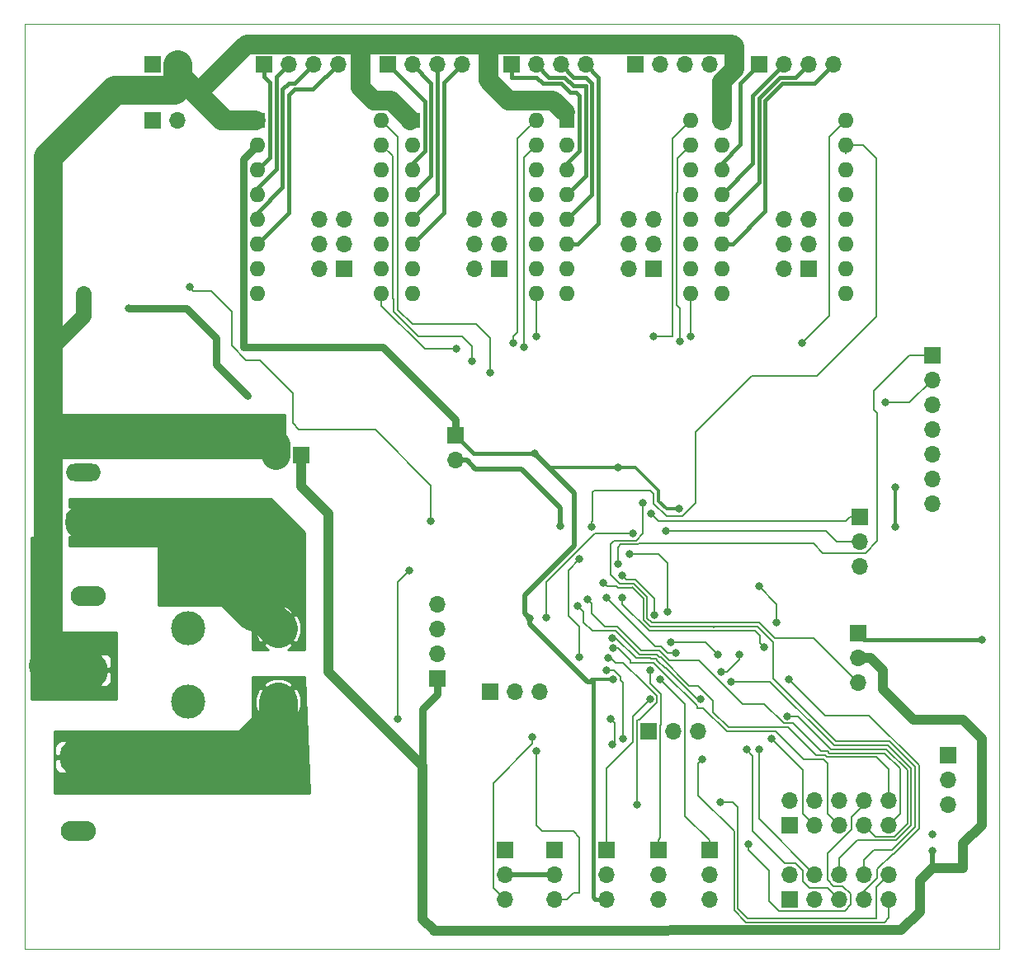
<source format=gbr>
G04 #@! TF.GenerationSoftware,KiCad,Pcbnew,(5.1.5)-3*
G04 #@! TF.CreationDate,2020-05-24T22:51:02+02:00*
G04 #@! TF.ProjectId,controller,636f6e74-726f-46c6-9c65-722e6b696361,rev?*
G04 #@! TF.SameCoordinates,Original*
G04 #@! TF.FileFunction,Copper,L2,Bot*
G04 #@! TF.FilePolarity,Positive*
%FSLAX46Y46*%
G04 Gerber Fmt 4.6, Leading zero omitted, Abs format (unit mm)*
G04 Created by KiCad (PCBNEW (5.1.5)-3) date 2020-05-24 22:51:02*
%MOMM*%
%LPD*%
G04 APERTURE LIST*
%ADD10C,0.050000*%
%ADD11O,3.600000X2.100000*%
%ADD12C,0.100000*%
%ADD13O,1.700000X1.700000*%
%ADD14R,1.700000X1.700000*%
%ADD15O,3.600000X1.800000*%
%ADD16C,3.500000*%
%ADD17O,1.600000X1.600000*%
%ADD18R,1.600000X1.600000*%
%ADD19C,0.800000*%
%ADD20C,4.000000*%
%ADD21C,1.000000*%
%ADD22C,0.800000*%
%ADD23C,0.500000*%
%ADD24C,0.300000*%
%ADD25C,0.450000*%
%ADD26C,0.400000*%
%ADD27C,0.150000*%
%ADD28C,0.200000*%
%ADD29C,2.000000*%
%ADD30C,3.000000*%
%ADD31C,1.600000*%
%ADD32C,0.254000*%
G04 APERTURE END LIST*
D10*
X125000000Y-25000000D02*
X125000000Y-120000000D01*
X25000000Y-120000000D02*
X125000000Y-120000000D01*
X25000000Y-25000000D02*
X25000000Y-120000000D01*
X25000000Y-25000000D02*
X125000000Y-25000000D01*
D11*
X30530800Y-107950000D03*
G04 #@! TA.AperFunction,ComponentPad*
D12*
G36*
X32105304Y-99281204D02*
G01*
X32129573Y-99284804D01*
X32153371Y-99290765D01*
X32176471Y-99299030D01*
X32198649Y-99309520D01*
X32219693Y-99322133D01*
X32239398Y-99336747D01*
X32257577Y-99353223D01*
X32274053Y-99371402D01*
X32288667Y-99391107D01*
X32301280Y-99412151D01*
X32311770Y-99434329D01*
X32320035Y-99457429D01*
X32325996Y-99481227D01*
X32329596Y-99505496D01*
X32330800Y-99530000D01*
X32330800Y-101130000D01*
X32329596Y-101154504D01*
X32325996Y-101178773D01*
X32320035Y-101202571D01*
X32311770Y-101225671D01*
X32301280Y-101247849D01*
X32288667Y-101268893D01*
X32274053Y-101288598D01*
X32257577Y-101306777D01*
X32239398Y-101323253D01*
X32219693Y-101337867D01*
X32198649Y-101350480D01*
X32176471Y-101360970D01*
X32153371Y-101369235D01*
X32129573Y-101375196D01*
X32105304Y-101378796D01*
X32080800Y-101380000D01*
X28980800Y-101380000D01*
X28956296Y-101378796D01*
X28932027Y-101375196D01*
X28908229Y-101369235D01*
X28885129Y-101360970D01*
X28862951Y-101350480D01*
X28841907Y-101337867D01*
X28822202Y-101323253D01*
X28804023Y-101306777D01*
X28787547Y-101288598D01*
X28772933Y-101268893D01*
X28760320Y-101247849D01*
X28749830Y-101225671D01*
X28741565Y-101202571D01*
X28735604Y-101178773D01*
X28732004Y-101154504D01*
X28730800Y-101130000D01*
X28730800Y-99530000D01*
X28732004Y-99505496D01*
X28735604Y-99481227D01*
X28741565Y-99457429D01*
X28749830Y-99434329D01*
X28760320Y-99412151D01*
X28772933Y-99391107D01*
X28787547Y-99371402D01*
X28804023Y-99353223D01*
X28822202Y-99336747D01*
X28841907Y-99322133D01*
X28862951Y-99309520D01*
X28885129Y-99299030D01*
X28908229Y-99290765D01*
X28932027Y-99284804D01*
X28956296Y-99281204D01*
X28980800Y-99280000D01*
X32080800Y-99280000D01*
X32105304Y-99281204D01*
G37*
G04 #@! TD.AperFunction*
D11*
X31496000Y-83769200D03*
G04 #@! TA.AperFunction,ComponentPad*
D12*
G36*
X33070504Y-90340404D02*
G01*
X33094773Y-90344004D01*
X33118571Y-90349965D01*
X33141671Y-90358230D01*
X33163849Y-90368720D01*
X33184893Y-90381333D01*
X33204598Y-90395947D01*
X33222777Y-90412423D01*
X33239253Y-90430602D01*
X33253867Y-90450307D01*
X33266480Y-90471351D01*
X33276970Y-90493529D01*
X33285235Y-90516629D01*
X33291196Y-90540427D01*
X33294796Y-90564696D01*
X33296000Y-90589200D01*
X33296000Y-92189200D01*
X33294796Y-92213704D01*
X33291196Y-92237973D01*
X33285235Y-92261771D01*
X33276970Y-92284871D01*
X33266480Y-92307049D01*
X33253867Y-92328093D01*
X33239253Y-92347798D01*
X33222777Y-92365977D01*
X33204598Y-92382453D01*
X33184893Y-92397067D01*
X33163849Y-92409680D01*
X33141671Y-92420170D01*
X33118571Y-92428435D01*
X33094773Y-92434396D01*
X33070504Y-92437996D01*
X33046000Y-92439200D01*
X29946000Y-92439200D01*
X29921496Y-92437996D01*
X29897227Y-92434396D01*
X29873429Y-92428435D01*
X29850329Y-92420170D01*
X29828151Y-92409680D01*
X29807107Y-92397067D01*
X29787402Y-92382453D01*
X29769223Y-92365977D01*
X29752747Y-92347798D01*
X29738133Y-92328093D01*
X29725520Y-92307049D01*
X29715030Y-92284871D01*
X29706765Y-92261771D01*
X29700804Y-92237973D01*
X29697204Y-92213704D01*
X29696000Y-92189200D01*
X29696000Y-90589200D01*
X29697204Y-90564696D01*
X29700804Y-90540427D01*
X29706765Y-90516629D01*
X29715030Y-90493529D01*
X29725520Y-90471351D01*
X29738133Y-90450307D01*
X29752747Y-90430602D01*
X29769223Y-90412423D01*
X29787402Y-90395947D01*
X29807107Y-90381333D01*
X29828151Y-90368720D01*
X29850329Y-90358230D01*
X29873429Y-90349965D01*
X29897227Y-90344004D01*
X29921496Y-90340404D01*
X29946000Y-90339200D01*
X33046000Y-90339200D01*
X33070504Y-90340404D01*
G37*
G04 #@! TD.AperFunction*
D13*
X119735600Y-105206800D03*
X119735600Y-102666800D03*
D14*
X119735600Y-100126800D03*
D13*
X107950000Y-29210000D03*
X105410000Y-29210000D03*
X102870000Y-29210000D03*
D14*
X100330000Y-29210000D03*
D13*
X71120000Y-45085000D03*
X73660000Y-45085000D03*
X71120000Y-47625000D03*
X73660000Y-47625000D03*
X71120000Y-50165000D03*
D14*
X73660000Y-50165000D03*
D13*
X55245000Y-45085000D03*
X57785000Y-45085000D03*
X55245000Y-47625000D03*
X57785000Y-47625000D03*
X55245000Y-50165000D03*
D14*
X57785000Y-50165000D03*
D13*
X102870000Y-45085000D03*
X105410000Y-45085000D03*
X102870000Y-47625000D03*
X105410000Y-47625000D03*
X102870000Y-50165000D03*
D14*
X105410000Y-50165000D03*
D13*
X86995000Y-45085000D03*
X89535000Y-45085000D03*
X86995000Y-47625000D03*
X89535000Y-47625000D03*
X86995000Y-50165000D03*
D14*
X89535000Y-50165000D03*
D13*
X69215000Y-69850000D03*
D14*
X69215000Y-67310000D03*
D13*
X50850800Y-69291200D03*
D14*
X53390800Y-69291200D03*
D13*
X82550000Y-29210000D03*
X80010000Y-29210000D03*
X77470000Y-29210000D03*
D14*
X74930000Y-29210000D03*
D13*
X40640000Y-29210000D03*
D14*
X38100000Y-29210000D03*
D13*
X69850000Y-29210000D03*
X67310000Y-29210000D03*
X64770000Y-29210000D03*
D14*
X62230000Y-29210000D03*
D13*
X57150000Y-29210000D03*
X54610000Y-29210000D03*
X52070000Y-29210000D03*
D14*
X49530000Y-29210000D03*
D13*
X67360800Y-84632800D03*
X67360800Y-87172800D03*
X67360800Y-89712800D03*
D14*
X67360800Y-92252800D03*
D13*
X113665000Y-104775000D03*
X113665000Y-107315000D03*
X111125000Y-104775000D03*
X111125000Y-107315000D03*
X108585000Y-104775000D03*
X108585000Y-107315000D03*
X106045000Y-104775000D03*
X106045000Y-107315000D03*
X103505000Y-104775000D03*
D14*
X103505000Y-107315000D03*
D13*
X113665000Y-112395000D03*
X113665000Y-114935000D03*
X111125000Y-112395000D03*
X111125000Y-114935000D03*
X108585000Y-112395000D03*
X108585000Y-114935000D03*
X106045000Y-112395000D03*
X106045000Y-114935000D03*
X103505000Y-112395000D03*
D14*
X103505000Y-114935000D03*
D13*
X118110000Y-74295000D03*
X118110000Y-71755000D03*
X118110000Y-69215000D03*
X118110000Y-66675000D03*
X118110000Y-64135000D03*
X118110000Y-61595000D03*
D14*
X118110000Y-59055000D03*
D13*
X84720000Y-114910000D03*
X84720000Y-112370000D03*
D14*
X84720000Y-109830000D03*
D13*
X110693200Y-80721200D03*
X110693200Y-78181200D03*
D14*
X110693200Y-75641200D03*
D13*
X90005000Y-114910000D03*
X90005000Y-112370000D03*
D14*
X90005000Y-109830000D03*
D13*
X77876400Y-93624400D03*
X75336400Y-93624400D03*
D14*
X72796400Y-93624400D03*
D13*
X95250000Y-114935000D03*
X95250000Y-112395000D03*
D14*
X95250000Y-109855000D03*
D13*
X94132400Y-97688400D03*
X91592400Y-97688400D03*
D14*
X89052400Y-97688400D03*
D13*
X95250000Y-29210000D03*
X92710000Y-29210000D03*
X90170000Y-29210000D03*
D14*
X87630000Y-29210000D03*
D13*
X40640000Y-34925000D03*
D14*
X38100000Y-34925000D03*
D13*
X110490000Y-92710000D03*
X110490000Y-90170000D03*
D14*
X110490000Y-87630000D03*
D13*
X79375000Y-114935000D03*
X79375000Y-112395000D03*
D14*
X79375000Y-109855000D03*
D15*
X31038800Y-71069200D03*
G04 #@! TA.AperFunction,ComponentPad*
D12*
G36*
X32613304Y-75250404D02*
G01*
X32637573Y-75254004D01*
X32661371Y-75259965D01*
X32684471Y-75268230D01*
X32706649Y-75278720D01*
X32727693Y-75291333D01*
X32747398Y-75305947D01*
X32765577Y-75322423D01*
X32782053Y-75340602D01*
X32796667Y-75360307D01*
X32809280Y-75381351D01*
X32819770Y-75403529D01*
X32828035Y-75426629D01*
X32833996Y-75450427D01*
X32837596Y-75474696D01*
X32838800Y-75499200D01*
X32838800Y-76799200D01*
X32837596Y-76823704D01*
X32833996Y-76847973D01*
X32828035Y-76871771D01*
X32819770Y-76894871D01*
X32809280Y-76917049D01*
X32796667Y-76938093D01*
X32782053Y-76957798D01*
X32765577Y-76975977D01*
X32747398Y-76992453D01*
X32727693Y-77007067D01*
X32706649Y-77019680D01*
X32684471Y-77030170D01*
X32661371Y-77038435D01*
X32637573Y-77044396D01*
X32613304Y-77047996D01*
X32588800Y-77049200D01*
X29488800Y-77049200D01*
X29464296Y-77047996D01*
X29440027Y-77044396D01*
X29416229Y-77038435D01*
X29393129Y-77030170D01*
X29370951Y-77019680D01*
X29349907Y-77007067D01*
X29330202Y-76992453D01*
X29312023Y-76975977D01*
X29295547Y-76957798D01*
X29280933Y-76938093D01*
X29268320Y-76917049D01*
X29257830Y-76894871D01*
X29249565Y-76871771D01*
X29243604Y-76847973D01*
X29240004Y-76823704D01*
X29238800Y-76799200D01*
X29238800Y-75499200D01*
X29240004Y-75474696D01*
X29243604Y-75450427D01*
X29249565Y-75426629D01*
X29257830Y-75403529D01*
X29268320Y-75381351D01*
X29280933Y-75360307D01*
X29295547Y-75340602D01*
X29312023Y-75322423D01*
X29330202Y-75305947D01*
X29349907Y-75291333D01*
X29370951Y-75278720D01*
X29393129Y-75268230D01*
X29416229Y-75259965D01*
X29440027Y-75254004D01*
X29464296Y-75250404D01*
X29488800Y-75249200D01*
X32588800Y-75249200D01*
X32613304Y-75250404D01*
G37*
G04 #@! TD.AperFunction*
D13*
X74295000Y-114935000D03*
X74295000Y-112395000D03*
D14*
X74295000Y-109855000D03*
D16*
X51008400Y-94640400D03*
X41808400Y-94640400D03*
X51008400Y-87122000D03*
X41808400Y-87122000D03*
D17*
X109220000Y-34925000D03*
X96520000Y-52705000D03*
X109220000Y-37465000D03*
X96520000Y-50165000D03*
X109220000Y-40005000D03*
X96520000Y-47625000D03*
X109220000Y-42545000D03*
X96520000Y-45085000D03*
X109220000Y-45085000D03*
X96520000Y-42545000D03*
X109220000Y-47625000D03*
X96520000Y-40005000D03*
X109220000Y-50165000D03*
X96520000Y-37465000D03*
X109220000Y-52705000D03*
D18*
X96520000Y-34925000D03*
D17*
X93345000Y-34925000D03*
X80645000Y-52705000D03*
X93345000Y-37465000D03*
X80645000Y-50165000D03*
X93345000Y-40005000D03*
X80645000Y-47625000D03*
X93345000Y-42545000D03*
X80645000Y-45085000D03*
X93345000Y-45085000D03*
X80645000Y-42545000D03*
X93345000Y-47625000D03*
X80645000Y-40005000D03*
X93345000Y-50165000D03*
X80645000Y-37465000D03*
X93345000Y-52705000D03*
D18*
X80645000Y-34925000D03*
D17*
X77470000Y-34925000D03*
X64770000Y-52705000D03*
X77470000Y-37465000D03*
X64770000Y-50165000D03*
X77470000Y-40005000D03*
X64770000Y-47625000D03*
X77470000Y-42545000D03*
X64770000Y-45085000D03*
X77470000Y-45085000D03*
X64770000Y-42545000D03*
X77470000Y-47625000D03*
X64770000Y-40005000D03*
X77470000Y-50165000D03*
X64770000Y-37465000D03*
X77470000Y-52705000D03*
D18*
X64770000Y-34925000D03*
D17*
X61595000Y-34925000D03*
X48895000Y-52705000D03*
X61595000Y-37465000D03*
X48895000Y-50165000D03*
X61595000Y-40005000D03*
X48895000Y-47625000D03*
X61595000Y-42545000D03*
X48895000Y-45085000D03*
X61595000Y-45085000D03*
X48895000Y-42545000D03*
X61595000Y-47625000D03*
X48895000Y-40005000D03*
X61595000Y-50165000D03*
X48895000Y-37465000D03*
X61595000Y-52705000D03*
D18*
X48895000Y-34925000D03*
D19*
X35687100Y-54228900D03*
X47908300Y-63242100D03*
X118110000Y-108254800D03*
X118110000Y-109931200D03*
X77346000Y-69161200D03*
X92122800Y-74856800D03*
X76860400Y-86106000D03*
X85366400Y-92382800D03*
X85896990Y-70567010D03*
X114300000Y-76708000D03*
X114300000Y-72644000D03*
X87376000Y-77368400D03*
X78536800Y-85953600D03*
X77121999Y-98305599D03*
X81940400Y-80010000D03*
X81940400Y-90017600D03*
X77470000Y-99695000D03*
X90220800Y-92354400D03*
X90779600Y-77063600D03*
X89204800Y-91440000D03*
X89255600Y-75285600D03*
X87071200Y-79451200D03*
X90982800Y-85394800D03*
X89154000Y-94386400D03*
X88442800Y-74218800D03*
X64465200Y-81127600D03*
X63246000Y-96367600D03*
X41910000Y-52070000D03*
X66700400Y-76098400D03*
X69291200Y-58420000D03*
X70916800Y-59690000D03*
X72745600Y-60858400D03*
X77470000Y-57150000D03*
X76200000Y-58216800D03*
X75133200Y-57810400D03*
X89509600Y-57150000D03*
X92202000Y-57658000D03*
X93345000Y-57150000D03*
X101600000Y-98425000D03*
X102158800Y-86512400D03*
X100330000Y-82804000D03*
X113334800Y-63906400D03*
X85344000Y-89154000D03*
X82753200Y-84124800D03*
X81737200Y-84785200D03*
X85140800Y-96418400D03*
X85293200Y-99060000D03*
X103225600Y-96113600D03*
X104775000Y-57785000D03*
X83214400Y-76704000D03*
X123190000Y-88265000D03*
X30988000Y-52679600D03*
X31062085Y-54430085D03*
X79965448Y-76600152D03*
X84683600Y-83972400D03*
X91846400Y-89611200D03*
X85852000Y-80467200D03*
X96418400Y-104952800D03*
X84378800Y-82397600D03*
X84734400Y-91389200D03*
X86410800Y-98450400D03*
X103428800Y-92354400D03*
X97485200Y-92557600D03*
X85293200Y-88087200D03*
X94386400Y-94386400D03*
X99060000Y-99568000D03*
X100330000Y-99568000D03*
X96469200Y-91592400D03*
X98298000Y-89814400D03*
X96164400Y-89814400D03*
X91338400Y-88544400D03*
X89611200Y-85699600D03*
X86309200Y-81686400D03*
X87877399Y-105250999D03*
X99263200Y-109270800D03*
X84886800Y-90119200D03*
X86309200Y-83921600D03*
X100838000Y-89052400D03*
X94538800Y-100584000D03*
D20*
X39341602Y-76149200D02*
X31115000Y-76149200D01*
X48564403Y-85372001D02*
X39341602Y-76149200D01*
X51008400Y-87122000D02*
X49258401Y-85372001D01*
X49258401Y-85372001D02*
X48564403Y-85372001D01*
D21*
X111760000Y-90170000D02*
X110490000Y-90170000D01*
X113030000Y-91440000D02*
X111760000Y-90170000D01*
X113030000Y-93345000D02*
X113030000Y-91440000D01*
X116205000Y-96520000D02*
X113030000Y-93345000D01*
X123190000Y-107315000D02*
X123190000Y-98425000D01*
X121285000Y-96520000D02*
X116205000Y-96520000D01*
X116840000Y-113030000D02*
X118110000Y-111760000D01*
X123190000Y-98425000D02*
X121285000Y-96520000D01*
X116840000Y-116205000D02*
X116840000Y-113030000D01*
X114935000Y-118110000D02*
X116840000Y-116205000D01*
X118110000Y-111760000D02*
X121285000Y-111760000D01*
X121285000Y-111760000D02*
X121285000Y-109220000D01*
X121285000Y-109220000D02*
X123190000Y-107315000D01*
X56184800Y-91541600D02*
X65836800Y-101193600D01*
X65836800Y-101193600D02*
X65836800Y-116941600D01*
X67005200Y-118110000D02*
X67005200Y-118160800D01*
X65836800Y-116941600D02*
X67005200Y-118110000D01*
X67005200Y-118160800D02*
X114935000Y-118110000D01*
D22*
X35687100Y-54228900D02*
X41630500Y-54228900D01*
X41630500Y-54228900D02*
X44653200Y-57251600D01*
X44653200Y-59987000D02*
X47908300Y-63242100D01*
X44653200Y-57251600D02*
X44653200Y-59987000D01*
D21*
X56184800Y-91541600D02*
X56184800Y-75285600D01*
X53390800Y-72491600D02*
X53390800Y-69291200D01*
X56184800Y-75285600D02*
X53390800Y-72491600D01*
D23*
X118110000Y-111760000D02*
X118110000Y-109931200D01*
X118110000Y-108254800D02*
X118110000Y-108254800D01*
D22*
X65836800Y-95426800D02*
X65836800Y-101193600D01*
X67360800Y-93902800D02*
X65836800Y-95426800D01*
X67360800Y-92252800D02*
X67360800Y-93902800D01*
X47444999Y-38915001D02*
X47444999Y-58239999D01*
X48895000Y-37465000D02*
X47444999Y-38915001D01*
X69215000Y-65660000D02*
X69215000Y-67310000D01*
X61794999Y-58239999D02*
X69215000Y-65660000D01*
X47444999Y-58239999D02*
X61794999Y-58239999D01*
D24*
X78751810Y-70567010D02*
X85592190Y-70567010D01*
X77346000Y-69161200D02*
X78751810Y-70567010D01*
X85366400Y-92382800D02*
X83137200Y-92382800D01*
D25*
X71066200Y-69161200D02*
X69215000Y-67310000D01*
X77346000Y-69161200D02*
X71066200Y-69161200D01*
D23*
X81432400Y-78638400D02*
X76352400Y-83718400D01*
X77346000Y-69161200D02*
X81432400Y-73247600D01*
X81432400Y-73247600D02*
X81432400Y-78638400D01*
D26*
X83517919Y-114910000D02*
X83312000Y-114704081D01*
X84720000Y-114910000D02*
X83517919Y-114910000D01*
X83312000Y-114704081D02*
X83312000Y-92557600D01*
D24*
X85592190Y-70567010D02*
X85896990Y-70567010D01*
X87686610Y-70567010D02*
X90068400Y-72948800D01*
X90068400Y-72948800D02*
X90068400Y-74066400D01*
X90858800Y-74856800D02*
X92122800Y-74856800D01*
X90068400Y-74066400D02*
X90858800Y-74856800D01*
X85896990Y-70567010D02*
X87686610Y-70567010D01*
D23*
X76352400Y-85598000D02*
X76860400Y-86106000D01*
X76352400Y-83718400D02*
X76352400Y-85598000D01*
X76860400Y-86671685D02*
X76860400Y-86106000D01*
X82746315Y-92557600D02*
X76860400Y-86671685D01*
X83312000Y-92557600D02*
X82746315Y-92557600D01*
D24*
X114300000Y-76708000D02*
X114300000Y-72644000D01*
D27*
X73445001Y-114085001D02*
X74295000Y-114935000D01*
X73119999Y-113759999D02*
X73445001Y-114085001D01*
X73119999Y-102971999D02*
X73119999Y-113759999D01*
X77121999Y-98969999D02*
X73119999Y-102971999D01*
X78536800Y-85953600D02*
X78536800Y-85953600D01*
X77121999Y-98969999D02*
X77121999Y-98305599D01*
X77121999Y-98305599D02*
X77121999Y-98305599D01*
X78536800Y-84074000D02*
X78536800Y-85953600D01*
X78536800Y-82347186D02*
X78536800Y-84074000D01*
X83515586Y-77368400D02*
X78536800Y-82347186D01*
X87376000Y-77368400D02*
X83515586Y-77368400D01*
X77470000Y-99695000D02*
X77470000Y-99695000D01*
X77470000Y-107315000D02*
X78105000Y-107950000D01*
X78105000Y-107950000D02*
X81280000Y-107950000D01*
X81280000Y-107950000D02*
X81915000Y-108585000D01*
X81915000Y-108585000D02*
X81915000Y-114300000D01*
X81915000Y-114300000D02*
X81280000Y-114300000D01*
X80645000Y-114935000D02*
X79375000Y-114935000D01*
X81280000Y-114300000D02*
X80645000Y-114935000D01*
X77470000Y-99695000D02*
X77470000Y-107315000D01*
X81940400Y-89712800D02*
X81940400Y-89712800D01*
X81940400Y-89611200D02*
X81940400Y-90017600D01*
X81940400Y-89611200D02*
X81940400Y-89712800D01*
X80822800Y-81127600D02*
X81940400Y-80010000D01*
X80822800Y-85801200D02*
X80822800Y-81127600D01*
X81940400Y-89611200D02*
X81940400Y-86918800D01*
X81940400Y-86918800D02*
X80822800Y-85801200D01*
D20*
X32330800Y-100330000D02*
X30530800Y-100330000D01*
X47024802Y-100330000D02*
X32330800Y-100330000D01*
X51008400Y-96346402D02*
X47024802Y-100330000D01*
X51008400Y-94640400D02*
X51008400Y-96346402D01*
D27*
X90620799Y-92754399D02*
X90220800Y-92354400D01*
X92767401Y-94901001D02*
X90620799Y-92754399D01*
X92767401Y-106372401D02*
X92767401Y-94901001D01*
X95250000Y-108855000D02*
X92767401Y-106372401D01*
X95250000Y-109855000D02*
X95250000Y-108855000D01*
D28*
X90779600Y-77063600D02*
X107188000Y-77063600D01*
X108305600Y-78181200D02*
X110693200Y-78181200D01*
X107188000Y-77063600D02*
X108305600Y-78181200D01*
D27*
X90227401Y-97021399D02*
X90227401Y-97028000D01*
X90005000Y-108830000D02*
X90005000Y-109830000D01*
X90227401Y-108607599D02*
X90005000Y-108830000D01*
X90227401Y-97021399D02*
X90227401Y-108607599D01*
X90279011Y-96969789D02*
X90227401Y-97021399D01*
X90279011Y-93872710D02*
X90279011Y-96969789D01*
X89204800Y-92798500D02*
X90279011Y-93872710D01*
X89204800Y-91440000D02*
X89204800Y-92798500D01*
D28*
X109643200Y-75641200D02*
X110693200Y-75641200D01*
X109227589Y-76056811D02*
X109643200Y-75641200D01*
X90026811Y-76056811D02*
X109227589Y-76056811D01*
X89255600Y-75285600D02*
X90026811Y-76056811D01*
D27*
X90982800Y-85394800D02*
X90982800Y-85394800D01*
X89154000Y-94386400D02*
X87376000Y-96164400D01*
X87376000Y-98806000D02*
X84734400Y-101447600D01*
X87376000Y-96164400D02*
X87376000Y-98806000D01*
X84734400Y-101447600D02*
X84720000Y-109830000D01*
X90982800Y-85394800D02*
X90982800Y-81737200D01*
X87071200Y-79451200D02*
X90017600Y-79451200D01*
X90982800Y-80416400D02*
X90982800Y-81737200D01*
X90017600Y-79451200D02*
X90982800Y-80416400D01*
X88442800Y-77374602D02*
X88442800Y-74218800D01*
X87724001Y-78093401D02*
X88442800Y-77374602D01*
X85482599Y-78093401D02*
X87724001Y-78093401D01*
X110490000Y-92710000D02*
X105918000Y-88138000D01*
X105918000Y-88138000D02*
X101955600Y-88138000D01*
X101955600Y-88138000D02*
X100330000Y-86512400D01*
X100330000Y-86512400D02*
X89350998Y-86512400D01*
X89350998Y-86512400D02*
X88886199Y-86047601D01*
X88886199Y-86047601D02*
X88886199Y-83863897D01*
X88886199Y-83863897D02*
X87508711Y-82486409D01*
X87508711Y-82486409D02*
X86036207Y-82486409D01*
X86036207Y-82486409D02*
X85126999Y-81577201D01*
X85126999Y-81577201D02*
X85126999Y-78449001D01*
X85126999Y-78449001D02*
X85482599Y-78093401D01*
D28*
X64465200Y-81127600D02*
X63246000Y-82346800D01*
X63246000Y-82346800D02*
X63246000Y-96367600D01*
X63246000Y-96367600D02*
X63246000Y-96367600D01*
X42309999Y-52469999D02*
X41910000Y-52070000D01*
X52527200Y-66040000D02*
X52527200Y-62941200D01*
X53162200Y-66675000D02*
X52527200Y-66040000D01*
X60960000Y-66675000D02*
X53162200Y-66675000D01*
X66700400Y-76098400D02*
X66700400Y-72415400D01*
X66700400Y-72415400D02*
X60960000Y-66675000D01*
X52527200Y-62941200D02*
X49174400Y-59588400D01*
X49174400Y-59588400D02*
X47732726Y-59588400D01*
X47732726Y-59588400D02*
X46228000Y-58083674D01*
X46228000Y-58083674D02*
X46228000Y-54559200D01*
X46228000Y-54559200D02*
X44138799Y-52469999D01*
X44138799Y-52469999D02*
X42309999Y-52469999D01*
X61595000Y-52705000D02*
X61595000Y-53975000D01*
X61595000Y-53975000D02*
X66040000Y-58420000D01*
X66040000Y-58420000D02*
X69291200Y-58420000D01*
X69291200Y-58420000D02*
X69291200Y-58420000D01*
X62745001Y-38615001D02*
X62745001Y-53220001D01*
X61595000Y-37465000D02*
X62745001Y-38615001D01*
X62865000Y-53340000D02*
X62865000Y-54608590D01*
X62745001Y-53220001D02*
X62865000Y-53340000D01*
X62865000Y-54608590D02*
X65406410Y-57150000D01*
X65406410Y-57150000D02*
X69900800Y-57150000D01*
X70916800Y-58166000D02*
X70916800Y-59690000D01*
X69900800Y-57150000D02*
X70916800Y-58166000D01*
X63315010Y-36645010D02*
X63315010Y-54422190D01*
X61595000Y-34925000D02*
X63315010Y-36645010D01*
X63315010Y-54422190D02*
X64772820Y-55880000D01*
X64772820Y-55880000D02*
X71323200Y-55880000D01*
X72745600Y-57302400D02*
X72745600Y-60858400D01*
X71323200Y-55880000D02*
X72745600Y-57302400D01*
X77470000Y-52705000D02*
X77470000Y-57150000D01*
X77470000Y-57150000D02*
X77470000Y-57150000D01*
X77470000Y-37465000D02*
X76200000Y-38735000D01*
X76200000Y-38735000D02*
X76200000Y-55880000D01*
X76200000Y-55880000D02*
X76200000Y-56515000D01*
X76200000Y-56515000D02*
X76200000Y-58216800D01*
X76200000Y-58216800D02*
X76200000Y-58216800D01*
X77470000Y-34925000D02*
X76835000Y-35560000D01*
X76835000Y-35560000D02*
X75565000Y-36830000D01*
X75565000Y-36830000D02*
X75565000Y-55880000D01*
X75565000Y-55880000D02*
X75565000Y-56718200D01*
X75565000Y-56718200D02*
X75133200Y-57150000D01*
X75133200Y-57150000D02*
X75133200Y-57810400D01*
X75133200Y-57810400D02*
X75133200Y-57810400D01*
X93345000Y-34925000D02*
X91440000Y-36830000D01*
X91440000Y-36830000D02*
X91440000Y-57150000D01*
X91440000Y-57150000D02*
X91440000Y-57150000D01*
X91440000Y-57150000D02*
X89509600Y-57150000D01*
D27*
X93345000Y-37465000D02*
X91948000Y-38862000D01*
X91948000Y-38862000D02*
X91948000Y-40894000D01*
X91948000Y-42291000D02*
X91865010Y-42373990D01*
X91948000Y-40894000D02*
X91948000Y-42291000D01*
X91865010Y-53892010D02*
X92202000Y-54229000D01*
X91865010Y-42373990D02*
X91865010Y-53892010D01*
D28*
X92202000Y-54229000D02*
X92202000Y-57658000D01*
X92202000Y-57658000D02*
X92202000Y-57658000D01*
X93345000Y-52705000D02*
X93345000Y-57150000D01*
X93345000Y-57150000D02*
X93345000Y-57150000D01*
D27*
X105195001Y-106465001D02*
X106045000Y-107315000D01*
X104869999Y-106139999D02*
X105195001Y-106465001D01*
X104869999Y-101694999D02*
X104869999Y-106139999D01*
X101600000Y-98425000D02*
X101600000Y-98425000D01*
X101600000Y-98425000D02*
X104869999Y-101694999D01*
X102158800Y-86512400D02*
X102158800Y-84632800D01*
X102158800Y-84632800D02*
X100330000Y-82804000D01*
X100330000Y-82804000D02*
X100330000Y-82804000D01*
X115798600Y-63906400D02*
X118110000Y-61595000D01*
X113334800Y-63906400D02*
X115798600Y-63906400D01*
X104902000Y-100533200D02*
X102057200Y-97688400D01*
X106934000Y-100533200D02*
X104902000Y-100533200D01*
X107409999Y-101009199D02*
X106934000Y-100533200D01*
X108585000Y-107315000D02*
X107409999Y-106139999D01*
X107409999Y-106139999D02*
X107409999Y-101009199D01*
X102057200Y-97688400D02*
X97028000Y-97688400D01*
X97028000Y-97688400D02*
X94640400Y-95300800D01*
X94640400Y-95300800D02*
X94030800Y-95300800D01*
X94030800Y-95091398D02*
X94030800Y-95300800D01*
X90568801Y-91629399D02*
X94030800Y-95091398D01*
X90511799Y-91629399D02*
X90568801Y-91629399D01*
X89546599Y-90664199D02*
X90511799Y-91629399D01*
X87158999Y-90664199D02*
X89546599Y-90664199D01*
X85909685Y-89154000D02*
X85344000Y-89154000D01*
X87158999Y-90403314D02*
X85909685Y-89154000D01*
X87158999Y-90664199D02*
X87158999Y-90403314D01*
X114840001Y-101505001D02*
X114840001Y-106139999D01*
X107549990Y-99929990D02*
X113264990Y-99929990D01*
X107353180Y-99733180D02*
X107549990Y-99929990D01*
X114840001Y-106139999D02*
X113665000Y-107315000D01*
X102877599Y-96838601D02*
X103798201Y-96838601D01*
X83153199Y-85591599D02*
X84523789Y-86962189D01*
X94227798Y-90424000D02*
X98653600Y-94849802D01*
X103798201Y-96838601D02*
X106692780Y-99733180D01*
X88221071Y-89376370D02*
X90114466Y-89376370D01*
X85806890Y-86962189D02*
X88221071Y-89376370D01*
X83153199Y-84524799D02*
X83153199Y-85591599D01*
X106692780Y-99733180D02*
X107353180Y-99733180D01*
X90114466Y-89376370D02*
X91162096Y-90424000D01*
X82753200Y-84124800D02*
X83153199Y-84524799D01*
X91162096Y-90424000D02*
X94227798Y-90424000D01*
X113264990Y-99929990D02*
X114840001Y-101505001D01*
X84523789Y-86962189D02*
X85806890Y-86962189D01*
X98653600Y-94849802D02*
X100888800Y-94849802D01*
X100888800Y-94849802D02*
X102877599Y-96838601D01*
X81737200Y-84785200D02*
X81737200Y-84785200D01*
X113665000Y-101600000D02*
X113665000Y-104775000D01*
X112395000Y-100330000D02*
X113665000Y-101600000D01*
X107296499Y-100330000D02*
X112395000Y-100330000D01*
X107099689Y-100133190D02*
X107296499Y-100330000D01*
X106172000Y-100133190D02*
X107099689Y-100133190D01*
X103327202Y-97288392D02*
X106172000Y-100133190D01*
X97193690Y-97288392D02*
X103327202Y-97288392D01*
X95656400Y-95751102D02*
X97193690Y-97288392D01*
X95656400Y-94583398D02*
X95656400Y-95751102D01*
X81737200Y-84785200D02*
X82340408Y-85388408D01*
X82340408Y-85388408D02*
X82340408Y-86462107D01*
X82340408Y-86462107D02*
X83240500Y-87362199D01*
X83240500Y-87362199D02*
X85641201Y-87362199D01*
X85641201Y-87362199D02*
X88055382Y-89776380D01*
X88055382Y-89776380D02*
X89840978Y-89776380D01*
X89840978Y-89776380D02*
X90163098Y-90098500D01*
X90163098Y-90098500D02*
X90270898Y-90098500D01*
X90270898Y-90098500D02*
X93187198Y-93014800D01*
X93187198Y-93014800D02*
X94087802Y-93014800D01*
X94087802Y-93014800D02*
X95656400Y-94583398D01*
X85540799Y-96818399D02*
X85540799Y-98812401D01*
X85140800Y-96418400D02*
X85540799Y-96818399D01*
X85540799Y-98812401D02*
X85293200Y-99060000D01*
X85293200Y-99060000D02*
X85293200Y-99060000D01*
X104343200Y-96113600D02*
X103225600Y-96113600D01*
X107759580Y-99529980D02*
X104343200Y-96113600D01*
X113430679Y-99529980D02*
X107759580Y-99529980D01*
X112300001Y-108490001D02*
X114229001Y-108490001D01*
X111125000Y-107315000D02*
X112300001Y-108490001D01*
X114229001Y-108490001D02*
X115570000Y-107149002D01*
X115570000Y-107149002D02*
X115570000Y-101669301D01*
X115570000Y-101669301D02*
X113430679Y-99529980D01*
X107549990Y-36595010D02*
X109220000Y-34925000D01*
X107549990Y-55010010D02*
X107549990Y-36595010D01*
X104775000Y-57785000D02*
X104775000Y-57785000D01*
X104775000Y-57785000D02*
X107549990Y-55010010D01*
X109220000Y-37465000D02*
X109220000Y-38339998D01*
D28*
X111074200Y-37465000D02*
X109220000Y-37465000D01*
X112420400Y-38811200D02*
X111074200Y-37465000D01*
X112420400Y-55067200D02*
X112420400Y-38811200D01*
X106324400Y-61163200D02*
X112420400Y-55067200D01*
X99618800Y-61163200D02*
X106324400Y-61163200D01*
X93827600Y-66954400D02*
X99618800Y-61163200D01*
X83464400Y-72948800D02*
X89204800Y-72948800D01*
X83261200Y-73152000D02*
X83464400Y-72948800D01*
X83261200Y-76091515D02*
X83261200Y-73152000D01*
X83214400Y-76704000D02*
X83214400Y-76138315D01*
X83214400Y-76138315D02*
X83261200Y-76091515D01*
X89204800Y-72948800D02*
X89568390Y-73312390D01*
X89568390Y-73312390D02*
X89568390Y-74273510D01*
X89568390Y-74273510D02*
X90901681Y-75606801D01*
X90901681Y-75606801D02*
X92482801Y-75606801D01*
X92482801Y-75606801D02*
X93827600Y-74262002D01*
X93827600Y-74262002D02*
X93827600Y-66954400D01*
D23*
X74295000Y-112395000D02*
X79375000Y-112395000D01*
D21*
X46355000Y-34925000D02*
X40640000Y-29210000D01*
X48895000Y-34925000D02*
X46355000Y-34925000D01*
D29*
X45152919Y-34925000D02*
X48694991Y-34925000D01*
X40640000Y-29210000D02*
X40640000Y-30412081D01*
D30*
X40700001Y-31460001D02*
X40700001Y-29210000D01*
X27364990Y-38675010D02*
X34229999Y-31810001D01*
X40350001Y-31810001D02*
X40700001Y-31460001D01*
X34229999Y-31810001D02*
X40350001Y-31810001D01*
D29*
X40640000Y-30412081D02*
X42578959Y-32351041D01*
X42578959Y-32351041D02*
X45152919Y-34925000D01*
X96520000Y-32125000D02*
X96520000Y-34925000D01*
X96520000Y-30969377D02*
X96520000Y-32125000D01*
X97790000Y-29699377D02*
X96520000Y-30969377D01*
X97790000Y-27305000D02*
X97790000Y-29699377D01*
X97594999Y-27109999D02*
X97790000Y-27305000D01*
X42578959Y-32351041D02*
X47820001Y-27109999D01*
X64589990Y-34885988D02*
X64589990Y-34925000D01*
X62579001Y-32874999D02*
X64589990Y-34885988D01*
X47820001Y-27109999D02*
X59494999Y-27109999D01*
X59494999Y-27109999D02*
X59494999Y-31554999D01*
X59494999Y-31554999D02*
X60814999Y-32874999D01*
X60814999Y-32874999D02*
X62579001Y-32874999D01*
X79229999Y-32874999D02*
X80444991Y-34089991D01*
X59494999Y-27109999D02*
X72585001Y-27109999D01*
X72585001Y-27109999D02*
X97594999Y-27109999D01*
X72585001Y-27109999D02*
X72585001Y-30815003D01*
X72585001Y-30815003D02*
X74644997Y-32874999D01*
X74644997Y-32874999D02*
X79229999Y-32874999D01*
D26*
X123190000Y-88265000D02*
X118110000Y-88265000D01*
X111125000Y-88265000D02*
X110490000Y-87630000D01*
X118110000Y-88265000D02*
X111125000Y-88265000D01*
D30*
X27364990Y-90864990D02*
X27364990Y-71967390D01*
D31*
X30988000Y-54356000D02*
X31062085Y-54430085D01*
X30988000Y-52679600D02*
X30988000Y-54356000D01*
X27381200Y-58676655D02*
X27381200Y-62890400D01*
X31062085Y-54995770D02*
X27381200Y-58676655D01*
X31062085Y-54430085D02*
X31062085Y-54995770D01*
D30*
X27364990Y-62924990D02*
X27381200Y-62890400D01*
X27381200Y-62890400D02*
X27364990Y-38675010D01*
D20*
X29171790Y-90864990D02*
X27364990Y-90864990D01*
X29696000Y-91389200D02*
X29171790Y-90864990D01*
X31496000Y-91389200D02*
X29696000Y-91389200D01*
D30*
X50790799Y-68247619D02*
X50790799Y-69291200D01*
X27364990Y-68240610D02*
X50783790Y-68240610D01*
X27364990Y-68240610D02*
X27364990Y-62924990D01*
X50783790Y-68240610D02*
X50790799Y-68247619D01*
X27364990Y-71967390D02*
X27364990Y-68240610D01*
D23*
X70417081Y-69850000D02*
X71280681Y-70713600D01*
X69215000Y-69850000D02*
X70417081Y-69850000D01*
X71280681Y-70713600D02*
X75946000Y-70713600D01*
X79965448Y-74733048D02*
X79965448Y-76600152D01*
X75946000Y-70713600D02*
X79965448Y-74733048D01*
D26*
X54594990Y-31765010D02*
X57150000Y-29210000D01*
X52100020Y-32354980D02*
X52689990Y-31765010D01*
X52689990Y-31765010D02*
X54594990Y-31765010D01*
X48895000Y-47625000D02*
X52100020Y-44419980D01*
X52100020Y-44419980D02*
X52100020Y-32354980D01*
X48895000Y-44395002D02*
X51450010Y-41839992D01*
X48895000Y-45085000D02*
X48895000Y-44395002D01*
X51450010Y-41839992D02*
X51450010Y-31734990D01*
X51450010Y-31734990D02*
X52070000Y-31115000D01*
X52705000Y-31115000D02*
X54610000Y-29210000D01*
X52070000Y-31115000D02*
X52705000Y-31115000D01*
X48895000Y-41855002D02*
X50800000Y-39950002D01*
X48895000Y-42545000D02*
X48895000Y-41855002D01*
X50800000Y-30480000D02*
X52070000Y-29210000D01*
X50800000Y-39950002D02*
X50800000Y-30480000D01*
X49694999Y-39205001D02*
X48895000Y-40005000D01*
X50145001Y-38754999D02*
X49694999Y-39205001D01*
X49530000Y-30460000D02*
X50145001Y-31075001D01*
X50145001Y-31075001D02*
X50145001Y-38754999D01*
X49530000Y-29210000D02*
X49530000Y-30460000D01*
X67990030Y-31069970D02*
X69850000Y-29210000D01*
X64770000Y-47625000D02*
X67990030Y-44404970D01*
X67990030Y-44404970D02*
X67990030Y-31069970D01*
X65569999Y-44285001D02*
X64770000Y-45085000D01*
X67340020Y-42514980D02*
X65569999Y-44285001D01*
X67340020Y-30860768D02*
X67340020Y-42514980D01*
X67310000Y-30830748D02*
X67340020Y-30860768D01*
X67310000Y-29210000D02*
X67310000Y-30830748D01*
X65569999Y-41745001D02*
X64770000Y-42545000D01*
X66690010Y-31130010D02*
X66690010Y-40624990D01*
X66690010Y-40624990D02*
X65569999Y-41745001D01*
X64770000Y-29210000D02*
X66690010Y-31130010D01*
X66040000Y-33020000D02*
X62230000Y-29210000D01*
X66040000Y-38045002D02*
X66040000Y-33020000D01*
X64770000Y-39315002D02*
X66040000Y-38045002D01*
X64770000Y-40005000D02*
X64770000Y-39315002D01*
X80645000Y-47625000D02*
X81776370Y-47625000D01*
X81776370Y-47625000D02*
X83845031Y-45556339D01*
X83845031Y-45556339D02*
X83845031Y-33045031D01*
X83845031Y-33045031D02*
X83845031Y-32957273D01*
X83845031Y-30505031D02*
X82550000Y-29210000D01*
X83845031Y-33045031D02*
X83845031Y-30505031D01*
X81310001Y-30510001D02*
X80010000Y-29210000D01*
X82580001Y-30510001D02*
X81310001Y-30510001D01*
X83195021Y-31125021D02*
X82580001Y-30510001D01*
X80645000Y-45085000D02*
X83195021Y-42534979D01*
X83195021Y-42534979D02*
X83195021Y-31125021D01*
X78770001Y-30510001D02*
X77470000Y-29210000D01*
X82545011Y-40644989D02*
X82545011Y-31394263D01*
X80645000Y-42545000D02*
X82545011Y-40644989D01*
X80390749Y-30510001D02*
X78770001Y-30510001D01*
X82545011Y-31394263D02*
X81275011Y-31394263D01*
X81275011Y-31394263D02*
X80390749Y-30510001D01*
X74930000Y-30460000D02*
X74930000Y-29210000D01*
X74980001Y-30510001D02*
X74930000Y-30460000D01*
X77500001Y-30510001D02*
X74980001Y-30510001D01*
X78150011Y-31160011D02*
X77500001Y-30510001D01*
X81895001Y-38065001D02*
X81895001Y-33764999D01*
X80645000Y-39315002D02*
X81895001Y-38065001D01*
X80645000Y-40005000D02*
X80645000Y-39315002D01*
X81895001Y-33039999D02*
X81895001Y-32365001D01*
X81895001Y-32365001D02*
X81574273Y-32044273D01*
X81574273Y-32044273D02*
X80939273Y-32044273D01*
X80939273Y-32044273D02*
X80055011Y-31160011D01*
X80055011Y-31160011D02*
X78150011Y-31160011D01*
X81895001Y-33039999D02*
X81895001Y-34290000D01*
X97651370Y-47625000D02*
X100995020Y-44281350D01*
X96520000Y-47625000D02*
X97651370Y-47625000D01*
X100995020Y-44281350D02*
X100995020Y-32923484D01*
X100995020Y-32923484D02*
X102758493Y-31160011D01*
X105999989Y-31160011D02*
X107950000Y-29210000D01*
X102758493Y-31160011D02*
X105999989Y-31160011D01*
X104560001Y-30059999D02*
X105410000Y-29210000D01*
X96520000Y-45085000D02*
X100345010Y-41259990D01*
X100345010Y-41259990D02*
X100345010Y-32654242D01*
X100345010Y-32654242D02*
X102489251Y-30510001D01*
X102489251Y-30510001D02*
X104109999Y-30510001D01*
X104109999Y-30510001D02*
X104560001Y-30059999D01*
X99695000Y-32385000D02*
X102870000Y-29210000D01*
X96520000Y-42545000D02*
X99695000Y-39370000D01*
X99695000Y-39370000D02*
X99695000Y-32385000D01*
X96520000Y-39315002D02*
X98425000Y-37410002D01*
X96520000Y-40005000D02*
X96520000Y-39315002D01*
X98425000Y-37410002D02*
X98425000Y-31115000D01*
X98425000Y-31115000D02*
X100330000Y-29210000D01*
D27*
X90297160Y-88976360D02*
X90932000Y-89611200D01*
X84683600Y-83972400D02*
X89687560Y-88976360D01*
X89687560Y-88976360D02*
X90297160Y-88976360D01*
X90932000Y-89611200D02*
X91846400Y-89611200D01*
X91846400Y-89611200D02*
X91846400Y-89611200D01*
X85852000Y-78790800D02*
X85852000Y-80467200D01*
X86149389Y-78493411D02*
X85852000Y-78790800D01*
X112471200Y-64973200D02*
X112471200Y-78142202D01*
X112166400Y-64668400D02*
X112471200Y-64973200D01*
X87889690Y-78493411D02*
X86149389Y-78493411D01*
X112471200Y-78142202D02*
X111257201Y-79356201D01*
X118110000Y-59055000D02*
X115798600Y-59055000D01*
X111257201Y-79356201D02*
X106889801Y-79356201D01*
X115798600Y-59055000D02*
X112166400Y-62687200D01*
X106889801Y-79356201D02*
X105918000Y-78384400D01*
X112166400Y-62687200D02*
X112166400Y-64668400D01*
X105918000Y-78384400D02*
X87998701Y-78384400D01*
X87998701Y-78384400D02*
X87889690Y-78493411D01*
X97637600Y-104952800D02*
X96418400Y-104952800D01*
X98190010Y-105505210D02*
X97637600Y-104952800D01*
X112350020Y-113709980D02*
X112350020Y-116884980D01*
X113665000Y-112395000D02*
X112350020Y-113709980D01*
X112350020Y-116884980D02*
X99162678Y-116884980D01*
X99162678Y-116884980D02*
X98190010Y-115912312D01*
X98190010Y-115912312D02*
X98190010Y-105505210D01*
X89185309Y-86912410D02*
X88486189Y-86213290D01*
X95650010Y-86912410D02*
X89185309Y-86912410D01*
X95707200Y-86969600D02*
X95650010Y-86912410D01*
X116370018Y-107480381D02*
X116370018Y-101337922D01*
X113995399Y-109855000D02*
X116370018Y-107480381D01*
X112141000Y-109855000D02*
X113995399Y-109855000D01*
X95700810Y-86912410D02*
X95707200Y-86969600D01*
X111125000Y-110871000D02*
X112141000Y-109855000D01*
X113762057Y-98729960D02*
X108243356Y-98729960D01*
X111125000Y-112395000D02*
X111125000Y-110871000D01*
X116370018Y-101337922D02*
X113762057Y-98729960D01*
X88486189Y-86213290D02*
X88486189Y-84029585D01*
X88486189Y-84029585D02*
X87343023Y-82886419D01*
X87343023Y-82886419D02*
X87323842Y-82905600D01*
X100164312Y-86912410D02*
X101796302Y-88544400D01*
X95700810Y-86912410D02*
X100164312Y-86912410D01*
X103290197Y-93776800D02*
X103327200Y-93776800D01*
X101796302Y-92282905D02*
X103290197Y-93776800D01*
X101796302Y-88544400D02*
X101796302Y-92282905D01*
X108243356Y-98729960D02*
X103327200Y-93776800D01*
D28*
X85746343Y-82797599D02*
X85860163Y-82911419D01*
X84378800Y-82397600D02*
X84778799Y-82797599D01*
X84778799Y-82797599D02*
X85746343Y-82797599D01*
X85860163Y-82911419D02*
X87332667Y-82911419D01*
D27*
X85445802Y-91389200D02*
X86156800Y-92100198D01*
X84734400Y-91389200D02*
X85445802Y-91389200D01*
X86156800Y-92100198D02*
X86156800Y-92456000D01*
X86156800Y-92456000D02*
X86410800Y-92710000D01*
X86410800Y-92710000D02*
X86410800Y-98450400D01*
X86410800Y-98450400D02*
X86410800Y-98450400D01*
X107141605Y-96067205D02*
X103428800Y-92354400D01*
X111665001Y-96067205D02*
X107141605Y-96067205D01*
X116770028Y-101172233D02*
X111665001Y-96067205D01*
X116770028Y-107646070D02*
X116770028Y-101172233D01*
X114161087Y-110255010D02*
X116770028Y-107646070D01*
X111125000Y-114134002D02*
X112489999Y-112769003D01*
X111125000Y-114935000D02*
X111125000Y-114134002D01*
X112489999Y-112769003D02*
X112489999Y-111830999D01*
X112489999Y-111830999D02*
X114065988Y-110255010D01*
X114065988Y-110255010D02*
X114161087Y-110255010D01*
X114394690Y-108890011D02*
X115970008Y-107314692D01*
X110414011Y-108890011D02*
X114394690Y-108890011D01*
X108585000Y-110719022D02*
X110414011Y-108890011D01*
X108585000Y-112395000D02*
X108585000Y-110719022D01*
X115970008Y-101503611D02*
X113596368Y-99129970D01*
X113596368Y-99129970D02*
X108077668Y-99129970D01*
X115970008Y-107314692D02*
X115970008Y-101503611D01*
X108077668Y-99129970D02*
X106073849Y-97126151D01*
X101505298Y-92557600D02*
X108077668Y-99129970D01*
X97485200Y-92557600D02*
X101505298Y-92557600D01*
X93993100Y-94386400D02*
X94386400Y-94386400D01*
X94386400Y-94386400D02*
X94386400Y-94386400D01*
X99695000Y-100203000D02*
X99060000Y-99568000D01*
X99695000Y-107950000D02*
X99695000Y-100203000D01*
X102964999Y-111219999D02*
X99695000Y-107950000D01*
X104069001Y-111219999D02*
X102964999Y-111219999D01*
X107409999Y-113759999D02*
X105504999Y-113759999D01*
X108585000Y-114935000D02*
X107409999Y-113759999D01*
X105504999Y-113759999D02*
X104869999Y-113124999D01*
X104869999Y-113124999D02*
X104869999Y-112020997D01*
X104869999Y-112020997D02*
X104069001Y-111219999D01*
X85655002Y-88087200D02*
X87744192Y-90176390D01*
X85293200Y-88087200D02*
X85655002Y-88087200D01*
X89763088Y-90264189D02*
X89989872Y-90490973D01*
X89305888Y-90264189D02*
X89763088Y-90264189D01*
X87744192Y-90176390D02*
X89218089Y-90176390D01*
X89218089Y-90176390D02*
X89305888Y-90264189D01*
X90744184Y-91186000D02*
X90779600Y-91186000D01*
X89989872Y-90490973D02*
X90744184Y-91186000D01*
X90779600Y-91186000D02*
X93993100Y-94386400D01*
X100330000Y-106680000D02*
X106045000Y-112395000D01*
X100330000Y-99568000D02*
X100330000Y-106680000D01*
X97034885Y-91592400D02*
X98298000Y-90329285D01*
X96469200Y-91592400D02*
X97034885Y-91592400D01*
X98298000Y-90329285D02*
X98298000Y-89814400D01*
X98298000Y-89814400D02*
X98298000Y-89814400D01*
X86709199Y-82086399D02*
X87674399Y-82086399D01*
X86309200Y-81686400D02*
X86709199Y-82086399D01*
X89611200Y-84023200D02*
X89611200Y-85699600D01*
X87674399Y-82086399D02*
X89611200Y-84023200D01*
X94894400Y-88544400D02*
X96164400Y-89814400D01*
X91338400Y-88544400D02*
X94894400Y-88544400D01*
X85642399Y-90620799D02*
X86404399Y-90620799D01*
X85242400Y-90220800D02*
X85642399Y-90620799D01*
X86404399Y-90620799D02*
X88493600Y-92710000D01*
X87877399Y-96578399D02*
X87877399Y-105250999D01*
X87942399Y-96513399D02*
X87877399Y-96578399D01*
X88493600Y-92710000D02*
X88550602Y-92710000D01*
X88550602Y-92710000D02*
X89879001Y-94038399D01*
X89879001Y-94038399D02*
X89879001Y-94734401D01*
X89879001Y-94734401D02*
X88100003Y-96513399D01*
X88100003Y-96513399D02*
X87942399Y-96513399D01*
X87877399Y-105250999D02*
X87877399Y-105250999D01*
X99263200Y-109892202D02*
X101396800Y-112025802D01*
X99263200Y-109270800D02*
X99263200Y-109892202D01*
X111125000Y-105232200D02*
X111125000Y-104775000D01*
X109880400Y-106476800D02*
X111125000Y-105232200D01*
X109149001Y-116110001D02*
X109760001Y-115499001D01*
X109760001Y-115499001D02*
X109760001Y-114370999D01*
X102394999Y-116110001D02*
X109149001Y-116110001D01*
X101396800Y-115111802D02*
X102394999Y-116110001D01*
X101396800Y-112025802D02*
X101396800Y-115111802D01*
X109760001Y-114370999D02*
X108959003Y-113570001D01*
X108959003Y-113570001D02*
X108020999Y-113570001D01*
X108020999Y-113570001D02*
X107409999Y-112959001D01*
X107409999Y-112959001D02*
X107409999Y-110229003D01*
X107409999Y-110229003D02*
X109880400Y-107758602D01*
X109880400Y-107758602D02*
X109880400Y-106476800D01*
X85242400Y-90220800D02*
X84988400Y-90220800D01*
X84988400Y-90220800D02*
X84886800Y-90119200D01*
X84886800Y-90119200D02*
X84886800Y-90119200D01*
X89083201Y-87376000D02*
X90728800Y-87376000D01*
X100438001Y-87839601D02*
X99910820Y-87312420D01*
X100838000Y-89052400D02*
X100438001Y-88652401D01*
X100438001Y-88652401D02*
X100438001Y-87839601D01*
X86309200Y-84487285D02*
X86309200Y-83921600D01*
X86309200Y-84601998D02*
X86309200Y-84487285D01*
X89092736Y-87385534D02*
X86309200Y-84601998D01*
X99837706Y-87385534D02*
X89092736Y-87385534D01*
X99910820Y-87312420D02*
X99837706Y-87385534D01*
X94132400Y-104241600D02*
X94132400Y-104241600D01*
X94132400Y-100990400D02*
X94538800Y-100584000D01*
X94132400Y-104241600D02*
X94132400Y-100990400D01*
X97790000Y-107899200D02*
X94132400Y-104241600D01*
X113665000Y-116840000D02*
X113220010Y-117284990D01*
X113665000Y-114935000D02*
X113665000Y-116840000D01*
X113220010Y-117284990D02*
X98996990Y-117284990D01*
X98996990Y-117284990D02*
X97790000Y-116078000D01*
X97790000Y-116078000D02*
X97790000Y-107899200D01*
D32*
G36*
X28778200Y-92344712D02*
G01*
X25660000Y-91576460D01*
X25660000Y-77800200D01*
X28778200Y-77800200D01*
X28778200Y-92344712D01*
G37*
X28778200Y-92344712D02*
X25660000Y-91576460D01*
X25660000Y-77800200D01*
X28778200Y-77800200D01*
X28778200Y-92344712D01*
G36*
X34417000Y-94361000D02*
G01*
X25660000Y-94361000D01*
X25660000Y-92439200D01*
X29057928Y-92439200D01*
X29070188Y-92563682D01*
X29106498Y-92683380D01*
X29165463Y-92793694D01*
X29244815Y-92890385D01*
X29341506Y-92969737D01*
X29451820Y-93028702D01*
X29571518Y-93065012D01*
X29696000Y-93077272D01*
X31210250Y-93074200D01*
X31369000Y-92915450D01*
X31369000Y-91516200D01*
X31623000Y-91516200D01*
X31623000Y-92915450D01*
X31781750Y-93074200D01*
X33296000Y-93077272D01*
X33420482Y-93065012D01*
X33540180Y-93028702D01*
X33650494Y-92969737D01*
X33747185Y-92890385D01*
X33826537Y-92793694D01*
X33885502Y-92683380D01*
X33921812Y-92563682D01*
X33934072Y-92439200D01*
X33931000Y-91674950D01*
X33772250Y-91516200D01*
X31623000Y-91516200D01*
X31369000Y-91516200D01*
X29219750Y-91516200D01*
X29061000Y-91674950D01*
X29057928Y-92439200D01*
X25660000Y-92439200D01*
X25660000Y-90339200D01*
X29057928Y-90339200D01*
X29061000Y-91103450D01*
X29219750Y-91262200D01*
X31369000Y-91262200D01*
X31369000Y-89862950D01*
X31623000Y-89862950D01*
X31623000Y-91262200D01*
X33772250Y-91262200D01*
X33931000Y-91103450D01*
X33934072Y-90339200D01*
X33921812Y-90214718D01*
X33885502Y-90095020D01*
X33826537Y-89984706D01*
X33747185Y-89888015D01*
X33650494Y-89808663D01*
X33540180Y-89749698D01*
X33420482Y-89713388D01*
X33296000Y-89701128D01*
X31781750Y-89704200D01*
X31623000Y-89862950D01*
X31369000Y-89862950D01*
X31210250Y-89704200D01*
X29696000Y-89701128D01*
X29571518Y-89713388D01*
X29451820Y-89749698D01*
X29341506Y-89808663D01*
X29244815Y-89888015D01*
X29165463Y-89984706D01*
X29106498Y-90095020D01*
X29070188Y-90214718D01*
X29057928Y-90339200D01*
X25660000Y-90339200D01*
X25660000Y-87503000D01*
X34417000Y-87503000D01*
X34417000Y-94361000D01*
G37*
X34417000Y-94361000D02*
X25660000Y-94361000D01*
X25660000Y-92439200D01*
X29057928Y-92439200D01*
X29070188Y-92563682D01*
X29106498Y-92683380D01*
X29165463Y-92793694D01*
X29244815Y-92890385D01*
X29341506Y-92969737D01*
X29451820Y-93028702D01*
X29571518Y-93065012D01*
X29696000Y-93077272D01*
X31210250Y-93074200D01*
X31369000Y-92915450D01*
X31369000Y-91516200D01*
X31623000Y-91516200D01*
X31623000Y-92915450D01*
X31781750Y-93074200D01*
X33296000Y-93077272D01*
X33420482Y-93065012D01*
X33540180Y-93028702D01*
X33650494Y-92969737D01*
X33747185Y-92890385D01*
X33826537Y-92793694D01*
X33885502Y-92683380D01*
X33921812Y-92563682D01*
X33934072Y-92439200D01*
X33931000Y-91674950D01*
X33772250Y-91516200D01*
X31623000Y-91516200D01*
X31369000Y-91516200D01*
X29219750Y-91516200D01*
X29061000Y-91674950D01*
X29057928Y-92439200D01*
X25660000Y-92439200D01*
X25660000Y-90339200D01*
X29057928Y-90339200D01*
X29061000Y-91103450D01*
X29219750Y-91262200D01*
X31369000Y-91262200D01*
X31369000Y-89862950D01*
X31623000Y-89862950D01*
X31623000Y-91262200D01*
X33772250Y-91262200D01*
X33931000Y-91103450D01*
X33934072Y-90339200D01*
X33921812Y-90214718D01*
X33885502Y-90095020D01*
X33826537Y-89984706D01*
X33747185Y-89888015D01*
X33650494Y-89808663D01*
X33540180Y-89749698D01*
X33420482Y-89713388D01*
X33296000Y-89701128D01*
X31781750Y-89704200D01*
X31623000Y-89862950D01*
X31369000Y-89862950D01*
X31210250Y-89704200D01*
X29696000Y-89701128D01*
X29571518Y-89713388D01*
X29451820Y-89749698D01*
X29341506Y-89808663D01*
X29244815Y-89888015D01*
X29165463Y-89984706D01*
X29106498Y-90095020D01*
X29070188Y-90214718D01*
X29057928Y-90339200D01*
X25660000Y-90339200D01*
X25660000Y-87503000D01*
X34417000Y-87503000D01*
X34417000Y-94361000D01*
G36*
X54223598Y-104013000D02*
G01*
X28067000Y-104013000D01*
X28067000Y-101380000D01*
X28092728Y-101380000D01*
X28104988Y-101504482D01*
X28141298Y-101624180D01*
X28200263Y-101734494D01*
X28279615Y-101831185D01*
X28376306Y-101910537D01*
X28486620Y-101969502D01*
X28606318Y-102005812D01*
X28730800Y-102018072D01*
X30245050Y-102015000D01*
X30403800Y-101856250D01*
X30403800Y-100457000D01*
X30657800Y-100457000D01*
X30657800Y-101856250D01*
X30816550Y-102015000D01*
X32330800Y-102018072D01*
X32455282Y-102005812D01*
X32574980Y-101969502D01*
X32685294Y-101910537D01*
X32781985Y-101831185D01*
X32861337Y-101734494D01*
X32920302Y-101624180D01*
X32956612Y-101504482D01*
X32968872Y-101380000D01*
X32965800Y-100615750D01*
X32807050Y-100457000D01*
X30657800Y-100457000D01*
X30403800Y-100457000D01*
X28254550Y-100457000D01*
X28095800Y-100615750D01*
X28092728Y-101380000D01*
X28067000Y-101380000D01*
X28067000Y-99280000D01*
X28092728Y-99280000D01*
X28095800Y-100044250D01*
X28254550Y-100203000D01*
X30403800Y-100203000D01*
X30403800Y-98803750D01*
X30657800Y-98803750D01*
X30657800Y-100203000D01*
X32807050Y-100203000D01*
X32965800Y-100044250D01*
X32968872Y-99280000D01*
X32956612Y-99155518D01*
X32920302Y-99035820D01*
X32861337Y-98925506D01*
X32781985Y-98828815D01*
X32685294Y-98749463D01*
X32574980Y-98690498D01*
X32455282Y-98654188D01*
X32330800Y-98641928D01*
X30816550Y-98645000D01*
X30657800Y-98803750D01*
X30403800Y-98803750D01*
X30245050Y-98645000D01*
X28730800Y-98641928D01*
X28606318Y-98654188D01*
X28486620Y-98690498D01*
X28376306Y-98749463D01*
X28279615Y-98828815D01*
X28200263Y-98925506D01*
X28141298Y-99035820D01*
X28104988Y-99155518D01*
X28092728Y-99280000D01*
X28067000Y-99280000D01*
X28067000Y-97663000D01*
X46165329Y-97663000D01*
X46227668Y-97675400D01*
X46589132Y-97675400D01*
X46651471Y-97663000D01*
X48260000Y-97663000D01*
X48284776Y-97660560D01*
X48308601Y-97653333D01*
X48330557Y-97641597D01*
X48349803Y-97625803D01*
X48365597Y-97606557D01*
X48377333Y-97584601D01*
X48384560Y-97560776D01*
X48387000Y-97536000D01*
X48387000Y-96310009D01*
X49518397Y-96310009D01*
X49704473Y-96651166D01*
X50121809Y-96866913D01*
X50573215Y-96997096D01*
X51041346Y-97036713D01*
X51508211Y-96984242D01*
X51955868Y-96841697D01*
X52312327Y-96651166D01*
X52498403Y-96310009D01*
X51008400Y-94820005D01*
X49518397Y-96310009D01*
X48387000Y-96310009D01*
X48387000Y-94673346D01*
X48612087Y-94673346D01*
X48664558Y-95140211D01*
X48807103Y-95587868D01*
X48997634Y-95944327D01*
X49338791Y-96130403D01*
X50828795Y-94640400D01*
X51188005Y-94640400D01*
X52678009Y-96130403D01*
X53019166Y-95944327D01*
X53234913Y-95526991D01*
X53365096Y-95075585D01*
X53404713Y-94607454D01*
X53352242Y-94140589D01*
X53209697Y-93692932D01*
X53019166Y-93336473D01*
X52678009Y-93150397D01*
X51188005Y-94640400D01*
X50828795Y-94640400D01*
X49338791Y-93150397D01*
X48997634Y-93336473D01*
X48781887Y-93753809D01*
X48651704Y-94205215D01*
X48612087Y-94673346D01*
X48387000Y-94673346D01*
X48387000Y-92970791D01*
X49518397Y-92970791D01*
X51008400Y-94460795D01*
X52498403Y-92970791D01*
X52312327Y-92629634D01*
X51894991Y-92413887D01*
X51443585Y-92283704D01*
X50975454Y-92244087D01*
X50508589Y-92296558D01*
X50060932Y-92439103D01*
X49704473Y-92629634D01*
X49518397Y-92970791D01*
X48387000Y-92970791D01*
X48387000Y-92075000D01*
X53726181Y-92075000D01*
X54223598Y-104013000D01*
G37*
X54223598Y-104013000D02*
X28067000Y-104013000D01*
X28067000Y-101380000D01*
X28092728Y-101380000D01*
X28104988Y-101504482D01*
X28141298Y-101624180D01*
X28200263Y-101734494D01*
X28279615Y-101831185D01*
X28376306Y-101910537D01*
X28486620Y-101969502D01*
X28606318Y-102005812D01*
X28730800Y-102018072D01*
X30245050Y-102015000D01*
X30403800Y-101856250D01*
X30403800Y-100457000D01*
X30657800Y-100457000D01*
X30657800Y-101856250D01*
X30816550Y-102015000D01*
X32330800Y-102018072D01*
X32455282Y-102005812D01*
X32574980Y-101969502D01*
X32685294Y-101910537D01*
X32781985Y-101831185D01*
X32861337Y-101734494D01*
X32920302Y-101624180D01*
X32956612Y-101504482D01*
X32968872Y-101380000D01*
X32965800Y-100615750D01*
X32807050Y-100457000D01*
X30657800Y-100457000D01*
X30403800Y-100457000D01*
X28254550Y-100457000D01*
X28095800Y-100615750D01*
X28092728Y-101380000D01*
X28067000Y-101380000D01*
X28067000Y-99280000D01*
X28092728Y-99280000D01*
X28095800Y-100044250D01*
X28254550Y-100203000D01*
X30403800Y-100203000D01*
X30403800Y-98803750D01*
X30657800Y-98803750D01*
X30657800Y-100203000D01*
X32807050Y-100203000D01*
X32965800Y-100044250D01*
X32968872Y-99280000D01*
X32956612Y-99155518D01*
X32920302Y-99035820D01*
X32861337Y-98925506D01*
X32781985Y-98828815D01*
X32685294Y-98749463D01*
X32574980Y-98690498D01*
X32455282Y-98654188D01*
X32330800Y-98641928D01*
X30816550Y-98645000D01*
X30657800Y-98803750D01*
X30403800Y-98803750D01*
X30245050Y-98645000D01*
X28730800Y-98641928D01*
X28606318Y-98654188D01*
X28486620Y-98690498D01*
X28376306Y-98749463D01*
X28279615Y-98828815D01*
X28200263Y-98925506D01*
X28141298Y-99035820D01*
X28104988Y-99155518D01*
X28092728Y-99280000D01*
X28067000Y-99280000D01*
X28067000Y-97663000D01*
X46165329Y-97663000D01*
X46227668Y-97675400D01*
X46589132Y-97675400D01*
X46651471Y-97663000D01*
X48260000Y-97663000D01*
X48284776Y-97660560D01*
X48308601Y-97653333D01*
X48330557Y-97641597D01*
X48349803Y-97625803D01*
X48365597Y-97606557D01*
X48377333Y-97584601D01*
X48384560Y-97560776D01*
X48387000Y-97536000D01*
X48387000Y-96310009D01*
X49518397Y-96310009D01*
X49704473Y-96651166D01*
X50121809Y-96866913D01*
X50573215Y-96997096D01*
X51041346Y-97036713D01*
X51508211Y-96984242D01*
X51955868Y-96841697D01*
X52312327Y-96651166D01*
X52498403Y-96310009D01*
X51008400Y-94820005D01*
X49518397Y-96310009D01*
X48387000Y-96310009D01*
X48387000Y-94673346D01*
X48612087Y-94673346D01*
X48664558Y-95140211D01*
X48807103Y-95587868D01*
X48997634Y-95944327D01*
X49338791Y-96130403D01*
X50828795Y-94640400D01*
X51188005Y-94640400D01*
X52678009Y-96130403D01*
X53019166Y-95944327D01*
X53234913Y-95526991D01*
X53365096Y-95075585D01*
X53404713Y-94607454D01*
X53352242Y-94140589D01*
X53209697Y-93692932D01*
X53019166Y-93336473D01*
X52678009Y-93150397D01*
X51188005Y-94640400D01*
X50828795Y-94640400D01*
X49338791Y-93150397D01*
X48997634Y-93336473D01*
X48781887Y-93753809D01*
X48651704Y-94205215D01*
X48612087Y-94673346D01*
X48387000Y-94673346D01*
X48387000Y-92970791D01*
X49518397Y-92970791D01*
X51008400Y-94460795D01*
X52498403Y-92970791D01*
X52312327Y-92629634D01*
X51894991Y-92413887D01*
X51443585Y-92283704D01*
X50975454Y-92244087D01*
X50508589Y-92296558D01*
X50060932Y-92439103D01*
X49704473Y-92629634D01*
X49518397Y-92970791D01*
X48387000Y-92970791D01*
X48387000Y-92075000D01*
X53726181Y-92075000D01*
X54223598Y-104013000D01*
G36*
X53721000Y-77268606D02*
G01*
X53721000Y-89281000D01*
X52035000Y-89281000D01*
X52312327Y-89132766D01*
X52498403Y-88791609D01*
X51008400Y-87301605D01*
X49518397Y-88791609D01*
X49704473Y-89132766D01*
X49991213Y-89281000D01*
X48387000Y-89281000D01*
X48387000Y-87154946D01*
X48612087Y-87154946D01*
X48664558Y-87621811D01*
X48807103Y-88069468D01*
X48997634Y-88425927D01*
X49338791Y-88612003D01*
X50828795Y-87122000D01*
X51188005Y-87122000D01*
X52678009Y-88612003D01*
X53019166Y-88425927D01*
X53234913Y-88008591D01*
X53365096Y-87557185D01*
X53404713Y-87089054D01*
X53352242Y-86622189D01*
X53209697Y-86174532D01*
X53019166Y-85818073D01*
X52678009Y-85631997D01*
X51188005Y-87122000D01*
X50828795Y-87122000D01*
X49338791Y-85631997D01*
X48997634Y-85818073D01*
X48781887Y-86235409D01*
X48651704Y-86686815D01*
X48612087Y-87154946D01*
X48387000Y-87154946D01*
X48387000Y-85452391D01*
X49518397Y-85452391D01*
X51008400Y-86942395D01*
X52498403Y-85452391D01*
X52312327Y-85111234D01*
X51894991Y-84895487D01*
X51443585Y-84765304D01*
X50975454Y-84725687D01*
X50508589Y-84778158D01*
X50060932Y-84920703D01*
X49704473Y-85111234D01*
X49518397Y-85452391D01*
X48387000Y-85452391D01*
X48387000Y-84836000D01*
X48384560Y-84811224D01*
X48377333Y-84787399D01*
X48365597Y-84765443D01*
X48349803Y-84746197D01*
X48330557Y-84730403D01*
X48308601Y-84718667D01*
X48284776Y-84711440D01*
X48260000Y-84709000D01*
X38735000Y-84709000D01*
X38735000Y-78740000D01*
X38732560Y-78715224D01*
X38725333Y-78691399D01*
X38713597Y-78669443D01*
X38697803Y-78650197D01*
X38678557Y-78634403D01*
X38656601Y-78622667D01*
X38632776Y-78615440D01*
X38608000Y-78613000D01*
X29591000Y-78613000D01*
X29591000Y-77686557D01*
X30753050Y-77684200D01*
X30911800Y-77525450D01*
X30911800Y-76276200D01*
X31165800Y-76276200D01*
X31165800Y-77525450D01*
X31324550Y-77684200D01*
X32838800Y-77687272D01*
X32963282Y-77675012D01*
X33082980Y-77638702D01*
X33193294Y-77579737D01*
X33289985Y-77500385D01*
X33369337Y-77403694D01*
X33428302Y-77293380D01*
X33464612Y-77173682D01*
X33476872Y-77049200D01*
X33473800Y-76434950D01*
X33315050Y-76276200D01*
X31165800Y-76276200D01*
X30911800Y-76276200D01*
X30891800Y-76276200D01*
X30891800Y-76022200D01*
X30911800Y-76022200D01*
X30911800Y-74772950D01*
X31165800Y-74772950D01*
X31165800Y-76022200D01*
X33315050Y-76022200D01*
X33473800Y-75863450D01*
X33476872Y-75249200D01*
X33464612Y-75124718D01*
X33428302Y-75005020D01*
X33369337Y-74894706D01*
X33289985Y-74798015D01*
X33193294Y-74718663D01*
X33082980Y-74659698D01*
X32963282Y-74623388D01*
X32838800Y-74611128D01*
X31324550Y-74614200D01*
X31165800Y-74772950D01*
X30911800Y-74772950D01*
X30753050Y-74614200D01*
X29591000Y-74611843D01*
X29591000Y-73787000D01*
X50239394Y-73787000D01*
X53721000Y-77268606D01*
G37*
X53721000Y-77268606D02*
X53721000Y-89281000D01*
X52035000Y-89281000D01*
X52312327Y-89132766D01*
X52498403Y-88791609D01*
X51008400Y-87301605D01*
X49518397Y-88791609D01*
X49704473Y-89132766D01*
X49991213Y-89281000D01*
X48387000Y-89281000D01*
X48387000Y-87154946D01*
X48612087Y-87154946D01*
X48664558Y-87621811D01*
X48807103Y-88069468D01*
X48997634Y-88425927D01*
X49338791Y-88612003D01*
X50828795Y-87122000D01*
X51188005Y-87122000D01*
X52678009Y-88612003D01*
X53019166Y-88425927D01*
X53234913Y-88008591D01*
X53365096Y-87557185D01*
X53404713Y-87089054D01*
X53352242Y-86622189D01*
X53209697Y-86174532D01*
X53019166Y-85818073D01*
X52678009Y-85631997D01*
X51188005Y-87122000D01*
X50828795Y-87122000D01*
X49338791Y-85631997D01*
X48997634Y-85818073D01*
X48781887Y-86235409D01*
X48651704Y-86686815D01*
X48612087Y-87154946D01*
X48387000Y-87154946D01*
X48387000Y-85452391D01*
X49518397Y-85452391D01*
X51008400Y-86942395D01*
X52498403Y-85452391D01*
X52312327Y-85111234D01*
X51894991Y-84895487D01*
X51443585Y-84765304D01*
X50975454Y-84725687D01*
X50508589Y-84778158D01*
X50060932Y-84920703D01*
X49704473Y-85111234D01*
X49518397Y-85452391D01*
X48387000Y-85452391D01*
X48387000Y-84836000D01*
X48384560Y-84811224D01*
X48377333Y-84787399D01*
X48365597Y-84765443D01*
X48349803Y-84746197D01*
X48330557Y-84730403D01*
X48308601Y-84718667D01*
X48284776Y-84711440D01*
X48260000Y-84709000D01*
X38735000Y-84709000D01*
X38735000Y-78740000D01*
X38732560Y-78715224D01*
X38725333Y-78691399D01*
X38713597Y-78669443D01*
X38697803Y-78650197D01*
X38678557Y-78634403D01*
X38656601Y-78622667D01*
X38632776Y-78615440D01*
X38608000Y-78613000D01*
X29591000Y-78613000D01*
X29591000Y-77686557D01*
X30753050Y-77684200D01*
X30911800Y-77525450D01*
X30911800Y-76276200D01*
X31165800Y-76276200D01*
X31165800Y-77525450D01*
X31324550Y-77684200D01*
X32838800Y-77687272D01*
X32963282Y-77675012D01*
X33082980Y-77638702D01*
X33193294Y-77579737D01*
X33289985Y-77500385D01*
X33369337Y-77403694D01*
X33428302Y-77293380D01*
X33464612Y-77173682D01*
X33476872Y-77049200D01*
X33473800Y-76434950D01*
X33315050Y-76276200D01*
X31165800Y-76276200D01*
X30911800Y-76276200D01*
X30891800Y-76276200D01*
X30891800Y-76022200D01*
X30911800Y-76022200D01*
X30911800Y-74772950D01*
X31165800Y-74772950D01*
X31165800Y-76022200D01*
X33315050Y-76022200D01*
X33473800Y-75863450D01*
X33476872Y-75249200D01*
X33464612Y-75124718D01*
X33428302Y-75005020D01*
X33369337Y-74894706D01*
X33289985Y-74798015D01*
X33193294Y-74718663D01*
X33082980Y-74659698D01*
X32963282Y-74623388D01*
X32838800Y-74611128D01*
X31324550Y-74614200D01*
X31165800Y-74772950D01*
X30911800Y-74772950D01*
X30753050Y-74614200D01*
X29591000Y-74611843D01*
X29591000Y-73787000D01*
X50239394Y-73787000D01*
X53721000Y-77268606D01*
G36*
X51689000Y-68072726D02*
G01*
X51617720Y-68019559D01*
X51354899Y-67894375D01*
X51207690Y-67849724D01*
X50977800Y-67971045D01*
X50977800Y-69164200D01*
X50997800Y-69164200D01*
X50997800Y-69418200D01*
X50977800Y-69418200D01*
X50977800Y-69438200D01*
X50723800Y-69438200D01*
X50723800Y-69418200D01*
X49529986Y-69418200D01*
X49528879Y-69420309D01*
X28067000Y-68963674D01*
X28067000Y-68934309D01*
X49409319Y-68934309D01*
X49529986Y-69164200D01*
X50723800Y-69164200D01*
X50723800Y-67971045D01*
X50493910Y-67849724D01*
X50346701Y-67894375D01*
X50083880Y-68019559D01*
X49850531Y-68193612D01*
X49655622Y-68409845D01*
X49506643Y-68659948D01*
X49409319Y-68934309D01*
X28067000Y-68934309D01*
X28067000Y-65151000D01*
X51689000Y-65151000D01*
X51689000Y-68072726D01*
G37*
X51689000Y-68072726D02*
X51617720Y-68019559D01*
X51354899Y-67894375D01*
X51207690Y-67849724D01*
X50977800Y-67971045D01*
X50977800Y-69164200D01*
X50997800Y-69164200D01*
X50997800Y-69418200D01*
X50977800Y-69418200D01*
X50977800Y-69438200D01*
X50723800Y-69438200D01*
X50723800Y-69418200D01*
X49529986Y-69418200D01*
X49528879Y-69420309D01*
X28067000Y-68963674D01*
X28067000Y-68934309D01*
X49409319Y-68934309D01*
X49529986Y-69164200D01*
X50723800Y-69164200D01*
X50723800Y-67971045D01*
X50493910Y-67849724D01*
X50346701Y-67894375D01*
X50083880Y-68019559D01*
X49850531Y-68193612D01*
X49655622Y-68409845D01*
X49506643Y-68659948D01*
X49409319Y-68934309D01*
X28067000Y-68934309D01*
X28067000Y-65151000D01*
X51689000Y-65151000D01*
X51689000Y-68072726D01*
M02*

</source>
